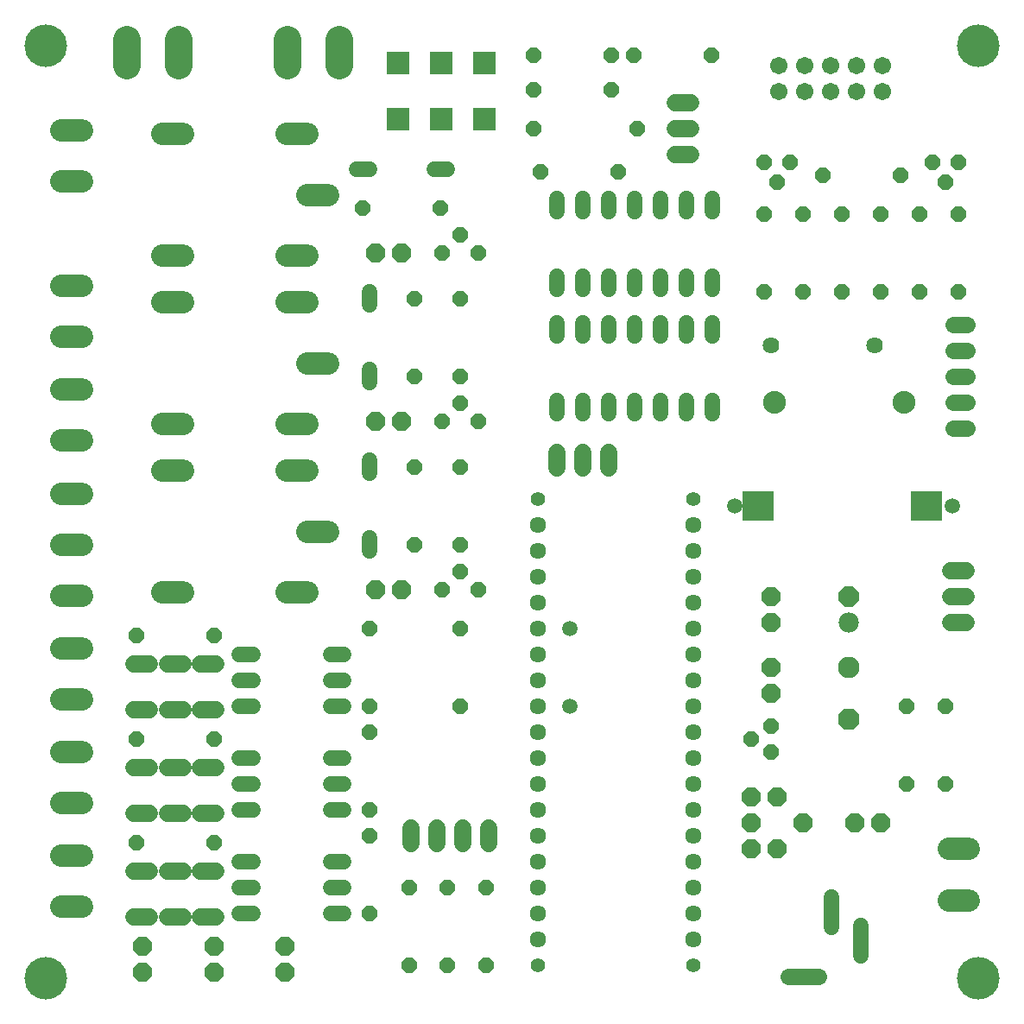
<source format=gbr>
G04 EAGLE Gerber X2 export*
%TF.Part,Single*%
%TF.FileFunction,Soldermask,Top,1*%
%TF.FilePolarity,Negative*%
%TF.GenerationSoftware,Autodesk,EAGLE,8.6.3*%
%TF.CreationDate,2019-08-20T17:14:23Z*%
G75*
%MOMM*%
%FSLAX34Y34*%
%LPD*%
%AMOC8*
5,1,8,0,0,1.08239X$1,22.5*%
G01*
%ADD10C,4.171950*%
%ADD11P,2.144431X8X112.500000*%
%ADD12C,1.981200*%
%ADD13P,1.951982X8X292.500000*%
%ADD14C,2.108200*%
%ADD15P,2.281895X8X292.500000*%
%ADD16C,1.524000*%
%ADD17C,2.235200*%
%ADD18C,2.743200*%
%ADD19C,1.600200*%
%ADD20C,1.727200*%
%ADD21P,1.649562X8X112.500000*%
%ADD22C,2.184400*%
%ADD23R,3.123200X2.993200*%
%ADD24P,2.034460X8X112.500000*%
%ADD25C,1.611200*%
%ADD26C,1.403200*%
%ADD27P,1.649562X8X22.500000*%
%ADD28P,1.649562X8X202.500000*%
%ADD29P,1.649562X8X292.500000*%
%ADD30P,1.649562X8X157.500000*%
%ADD31C,1.603200*%
%ADD32C,1.511200*%
%ADD33R,2.303200X2.303200*%
%ADD34P,2.034460X8X202.500000*%
%ADD35C,1.625600*%
%ADD36C,1.711200*%
%ADD37C,1.711200*%
%ADD38C,1.503200*%


D10*
X38100Y952500D03*
X952500Y952500D03*
X952500Y38100D03*
X38100Y38100D03*
D11*
X825500Y412750D03*
D12*
X825500Y387350D03*
D13*
X749300Y412750D03*
X749300Y387350D03*
X749300Y342900D03*
X749300Y317500D03*
D14*
X825500Y342900D03*
D15*
X825500Y292100D03*
D16*
X432054Y831850D02*
X418846Y831850D01*
X355854Y831850D02*
X342646Y831850D01*
D17*
X880110Y603250D03*
X753110Y603250D03*
D18*
X118110Y933450D02*
X118110Y958850D01*
X326390Y958850D02*
X326390Y933450D01*
X275590Y933450D02*
X275590Y958850D01*
X168910Y958850D02*
X168910Y933450D01*
D16*
X692150Y802894D02*
X692150Y789686D01*
X666750Y789686D02*
X666750Y802894D01*
X539750Y802894D02*
X539750Y789686D01*
X539750Y726694D02*
X539750Y713486D01*
X641350Y789686D02*
X641350Y802894D01*
X615950Y802894D02*
X615950Y789686D01*
X565150Y789686D02*
X565150Y802894D01*
X590550Y802894D02*
X590550Y789686D01*
X565150Y726694D02*
X565150Y713486D01*
X590550Y713486D02*
X590550Y726694D01*
X615950Y726694D02*
X615950Y713486D01*
X641350Y713486D02*
X641350Y726694D01*
X666750Y726694D02*
X666750Y713486D01*
X692150Y713486D02*
X692150Y726694D01*
D19*
X927735Y577850D02*
X941705Y577850D01*
X941705Y603250D02*
X927735Y603250D01*
X927735Y628650D02*
X941705Y628650D01*
X941705Y654050D02*
X927735Y654050D01*
X927735Y679450D02*
X941705Y679450D01*
D20*
X941070Y438150D02*
X925830Y438150D01*
X925830Y412750D02*
X941070Y412750D01*
X941070Y387350D02*
X925830Y387350D01*
D21*
X749300Y260350D03*
X730250Y273050D03*
X749300Y285750D03*
D22*
X314706Y806450D02*
X294894Y806450D01*
X294386Y866140D02*
X274574Y866140D01*
X274574Y746760D02*
X294386Y746760D01*
X172466Y746760D02*
X152654Y746760D01*
X152654Y866140D02*
X172466Y866140D01*
D23*
X736600Y501650D03*
X901700Y501650D03*
D24*
X273050Y44450D03*
X273050Y69850D03*
X203200Y44450D03*
X203200Y69850D03*
X133350Y44450D03*
X133350Y69850D03*
D25*
X520700Y76200D03*
X520700Y101600D03*
X520700Y127000D03*
X520700Y152400D03*
X520700Y177800D03*
X520700Y203200D03*
X520700Y228600D03*
X520700Y254000D03*
X520700Y279400D03*
X520700Y304800D03*
X520700Y330200D03*
X520700Y355600D03*
X520700Y381000D03*
X520700Y406400D03*
X520700Y431800D03*
X520700Y457200D03*
X520700Y482600D03*
X673100Y76200D03*
X673100Y101600D03*
X673100Y127000D03*
X673100Y152400D03*
X673100Y177800D03*
X673100Y203200D03*
X673100Y228600D03*
X673100Y254000D03*
X673100Y279400D03*
X673100Y304800D03*
X673100Y330200D03*
X673100Y355600D03*
X673100Y381000D03*
X673100Y406400D03*
X673100Y431800D03*
X673100Y457200D03*
X673100Y482600D03*
D26*
X520700Y50800D03*
X673100Y50800D03*
X520700Y508000D03*
X673100Y508000D03*
D16*
X241300Y355600D02*
X228092Y355600D01*
X228092Y330200D02*
X241300Y330200D01*
X317500Y330200D02*
X330708Y330200D01*
X330708Y355600D02*
X317500Y355600D01*
X241300Y304800D02*
X228092Y304800D01*
X317500Y304800D02*
X330708Y304800D01*
X241300Y254000D02*
X228092Y254000D01*
X228092Y228600D02*
X241300Y228600D01*
X317500Y228600D02*
X330708Y228600D01*
X330708Y254000D02*
X317500Y254000D01*
X241300Y203200D02*
X228092Y203200D01*
X317500Y203200D02*
X330708Y203200D01*
X241300Y152400D02*
X228092Y152400D01*
X228092Y127000D02*
X241300Y127000D01*
X317500Y127000D02*
X330708Y127000D01*
X330708Y152400D02*
X317500Y152400D01*
X241300Y101600D02*
X228092Y101600D01*
X317500Y101600D02*
X330708Y101600D01*
D21*
X469900Y50800D03*
X469900Y127000D03*
X444500Y628650D03*
X444500Y704850D03*
D27*
X127000Y374650D03*
X203200Y374650D03*
X523240Y829310D03*
X599440Y829310D03*
D28*
X690880Y943610D03*
X614680Y943610D03*
X618490Y871220D03*
X516890Y871220D03*
D27*
X127000Y273050D03*
X203200Y273050D03*
X127000Y171450D03*
X203200Y171450D03*
D29*
X355600Y381000D03*
X355600Y304800D03*
X355600Y279400D03*
X355600Y203200D03*
X355600Y177800D03*
X355600Y101600D03*
D27*
X516890Y943610D03*
X593090Y943610D03*
D28*
X593090Y909320D03*
X516890Y909320D03*
D21*
X394970Y50800D03*
X394970Y127000D03*
X431800Y50800D03*
X431800Y127000D03*
D30*
X462461Y749300D03*
X444500Y767261D03*
X426539Y749300D03*
D20*
X655320Y896620D02*
X670560Y896620D01*
X670560Y871220D02*
X655320Y871220D01*
X655320Y845820D02*
X670560Y845820D01*
D31*
X766050Y39900D02*
X780050Y39900D01*
D32*
X837050Y60360D02*
X837050Y73440D01*
X809050Y88360D02*
X809050Y101440D01*
D31*
X796050Y39900D02*
X782050Y39900D01*
D32*
X837050Y76360D02*
X837050Y89440D01*
X809050Y104360D02*
X809050Y117440D01*
D22*
X73406Y869696D02*
X53594Y869696D01*
X53594Y819404D02*
X73406Y819404D01*
X73406Y361696D02*
X53594Y361696D01*
X53594Y311404D02*
X73406Y311404D01*
X73406Y158496D02*
X53594Y158496D01*
X53594Y108204D02*
X73406Y108204D01*
X73406Y260096D02*
X53594Y260096D01*
X53594Y209804D02*
X73406Y209804D01*
D33*
X467890Y880640D03*
X425890Y880640D03*
X383890Y880640D03*
X383890Y935640D03*
X425890Y935640D03*
X467890Y935640D03*
D22*
X73406Y717296D02*
X53594Y717296D01*
X53594Y667004D02*
X73406Y667004D01*
X923544Y114554D02*
X943356Y114554D01*
X943356Y164846D02*
X923544Y164846D01*
D21*
X920750Y228600D03*
X920750Y304800D03*
D34*
X857250Y190500D03*
X831850Y190500D03*
D27*
X349250Y793750D03*
X425450Y793750D03*
D34*
X387350Y749300D03*
X361950Y749300D03*
D16*
X355600Y711454D02*
X355600Y698246D01*
X355600Y635254D02*
X355600Y622046D01*
D21*
X444500Y463550D03*
X444500Y539750D03*
D30*
X462461Y584200D03*
X444500Y602161D03*
X426539Y584200D03*
D22*
X314706Y641350D02*
X294894Y641350D01*
X294386Y701040D02*
X274574Y701040D01*
X274574Y581660D02*
X294386Y581660D01*
X172466Y581660D02*
X152654Y581660D01*
X152654Y701040D02*
X172466Y701040D01*
D21*
X400050Y628650D03*
X400050Y704850D03*
D34*
X387350Y584200D03*
X361950Y584200D03*
D35*
X749300Y659130D03*
X850900Y659130D03*
D28*
X742950Y838200D03*
X755650Y819150D03*
X768350Y838200D03*
X908050Y838200D03*
X920750Y819150D03*
X933450Y838200D03*
D21*
X857250Y711200D03*
X857250Y787400D03*
X819150Y711200D03*
X819150Y787400D03*
X933450Y711200D03*
X933450Y787400D03*
X895350Y711200D03*
X895350Y787400D03*
D28*
X876300Y825500D03*
X800100Y825500D03*
D29*
X781050Y787400D03*
X781050Y711200D03*
X742950Y787400D03*
X742950Y711200D03*
D36*
X858520Y933450D03*
X858520Y908050D03*
X833120Y933450D03*
X833120Y908050D03*
X807720Y933450D03*
X807720Y908050D03*
X782320Y933450D03*
X782320Y908050D03*
X756920Y933450D03*
X756920Y908050D03*
D24*
X755650Y165100D03*
X755650Y215900D03*
X781050Y190500D03*
X730250Y165100D03*
X730250Y215900D03*
X730250Y190500D03*
D29*
X882650Y304800D03*
X882650Y228600D03*
D20*
X205232Y301244D02*
X189992Y301244D01*
X189992Y346456D02*
X205232Y346456D01*
X140208Y301244D02*
X124968Y301244D01*
X124968Y346456D02*
X140208Y346456D01*
D37*
X157560Y301244D02*
X172640Y301244D01*
X172640Y346456D02*
X157560Y346456D01*
D20*
X189992Y199644D02*
X205232Y199644D01*
X205232Y244856D02*
X189992Y244856D01*
X140208Y199644D02*
X124968Y199644D01*
X124968Y244856D02*
X140208Y244856D01*
D37*
X157560Y199644D02*
X172640Y199644D01*
X172640Y244856D02*
X157560Y244856D01*
D20*
X189992Y98044D02*
X205232Y98044D01*
X205232Y143256D02*
X189992Y143256D01*
X140208Y98044D02*
X124968Y98044D01*
X124968Y143256D02*
X140208Y143256D01*
D37*
X157560Y98044D02*
X172640Y98044D01*
X172640Y143256D02*
X157560Y143256D01*
D16*
X355600Y533146D02*
X355600Y546354D01*
X355600Y470154D02*
X355600Y456946D01*
D21*
X444500Y304800D03*
X444500Y381000D03*
D30*
X462461Y419100D03*
X444500Y437061D03*
X426539Y419100D03*
D22*
X314706Y476250D02*
X294894Y476250D01*
X294386Y535940D02*
X274574Y535940D01*
X274574Y416560D02*
X294386Y416560D01*
X172466Y416560D02*
X152654Y416560D01*
X152654Y535940D02*
X172466Y535940D01*
D21*
X400050Y463550D03*
X400050Y539750D03*
D34*
X387350Y419100D03*
X361950Y419100D03*
D16*
X539750Y591566D02*
X539750Y604774D01*
X565150Y604774D02*
X565150Y591566D01*
X692150Y591566D02*
X692150Y604774D01*
X692150Y667766D02*
X692150Y680974D01*
X590550Y604774D02*
X590550Y591566D01*
X615950Y591566D02*
X615950Y604774D01*
X666750Y604774D02*
X666750Y591566D01*
X641350Y591566D02*
X641350Y604774D01*
X666750Y667766D02*
X666750Y680974D01*
X641350Y680974D02*
X641350Y667766D01*
X615950Y667766D02*
X615950Y680974D01*
X590550Y680974D02*
X590550Y667766D01*
X565150Y667766D02*
X565150Y680974D01*
X539750Y680974D02*
X539750Y667766D01*
D22*
X73406Y615696D02*
X53594Y615696D01*
X53594Y565404D02*
X73406Y565404D01*
X73406Y513588D02*
X53594Y513588D01*
X53594Y463550D02*
X73406Y463550D01*
X73406Y413512D02*
X53594Y413512D01*
D20*
X590550Y538480D02*
X590550Y553720D01*
X565150Y553720D02*
X565150Y538480D01*
X539750Y538480D02*
X539750Y553720D01*
X396240Y185420D02*
X396240Y170180D01*
X421640Y170180D02*
X421640Y185420D01*
X447040Y185420D02*
X447040Y170180D01*
X472440Y170180D02*
X472440Y185420D01*
D38*
X552450Y304800D03*
X713740Y501650D03*
X927100Y501650D03*
X552450Y381000D03*
M02*

</source>
